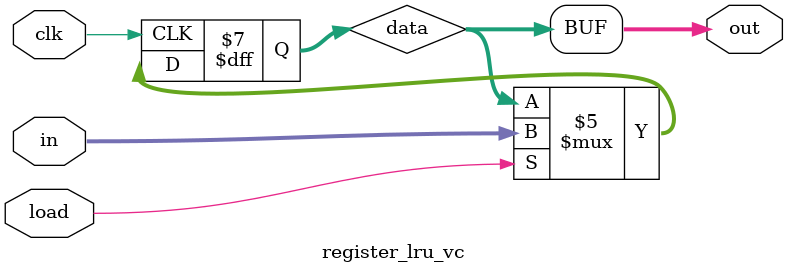
<source format=sv>
module register_lru_vc #(parameter width = 16)
(
    input clk,
    input load,
    input [width-1:0] in,
    output logic [width-1:0] out
);

logic [width-1:0] data;

/* Altera device registers are 0 at power on. Specify this
 * so that Modelsim works as expected.
 */
initial
begin
	data = 2'b00;
end

always_ff @(posedge clk)
begin
    if (load)
    begin
        data = in;
    end
end

always_comb
begin
    out = data;
end

endmodule : register_lru_vc

</source>
